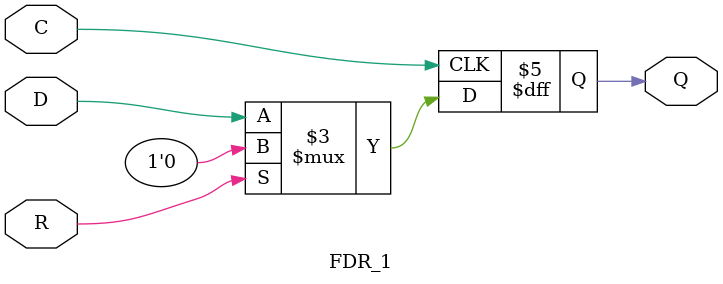
<source format=v>

/*

FUNCTION	: D-FLIP-FLOP with sync reset

*/

`celldefine
`timescale  100 ps / 10 ps

module FDR_1 (Q, C, D, R);

    parameter INIT = 1'b0;

    output Q;
    reg    Q;

    input  C, D, R;

	always @(negedge C)
	    if (R)
		Q <= 0;
	    else
		Q <= D;

endmodule

</source>
